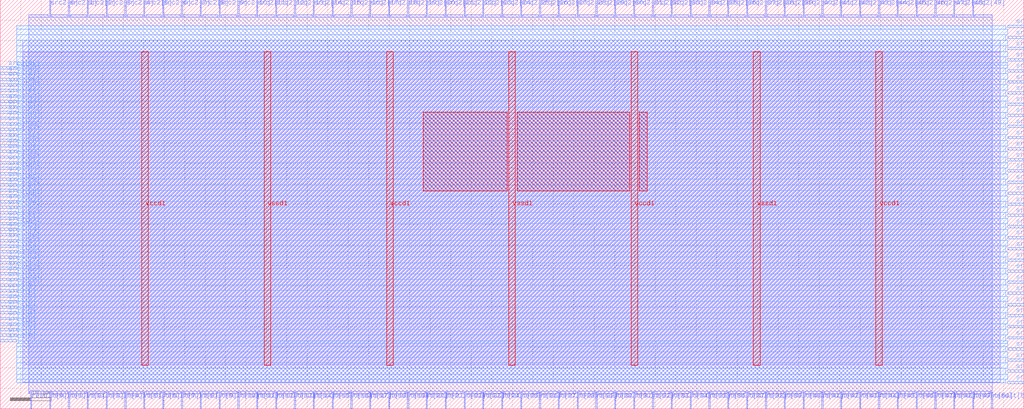
<source format=lef>
VERSION 5.7 ;
  NOWIREEXTENSIONATPIN ON ;
  DIVIDERCHAR "/" ;
  BUSBITCHARS "[]" ;
MACRO MULADD_1
  CLASS BLOCK ;
  FOREIGN MULADD_1 ;
  ORIGIN 0.000 0.000 ;
  SIZE 250.000 BY 100.000 ;
  PIN result[0]
    DIRECTION OUTPUT TRISTATE ;
    USE SIGNAL ;
    PORT
      LAYER met2 ;
        RECT 7.450 0.000 7.730 4.000 ;
    END
  END result[0]
  PIN result[10]
    DIRECTION OUTPUT TRISTATE ;
    USE SIGNAL ;
    PORT
      LAYER met2 ;
        RECT 53.450 0.000 53.730 4.000 ;
    END
  END result[10]
  PIN result[11]
    DIRECTION OUTPUT TRISTATE ;
    USE SIGNAL ;
    PORT
      LAYER met2 ;
        RECT 58.050 0.000 58.330 4.000 ;
    END
  END result[11]
  PIN result[12]
    DIRECTION OUTPUT TRISTATE ;
    USE SIGNAL ;
    PORT
      LAYER met2 ;
        RECT 62.650 0.000 62.930 4.000 ;
    END
  END result[12]
  PIN result[13]
    DIRECTION OUTPUT TRISTATE ;
    USE SIGNAL ;
    PORT
      LAYER met2 ;
        RECT 67.250 0.000 67.530 4.000 ;
    END
  END result[13]
  PIN result[14]
    DIRECTION OUTPUT TRISTATE ;
    USE SIGNAL ;
    PORT
      LAYER met2 ;
        RECT 71.850 0.000 72.130 4.000 ;
    END
  END result[14]
  PIN result[15]
    DIRECTION OUTPUT TRISTATE ;
    USE SIGNAL ;
    PORT
      LAYER met2 ;
        RECT 76.450 0.000 76.730 4.000 ;
    END
  END result[15]
  PIN result[16]
    DIRECTION OUTPUT TRISTATE ;
    USE SIGNAL ;
    PORT
      LAYER met2 ;
        RECT 81.050 0.000 81.330 4.000 ;
    END
  END result[16]
  PIN result[17]
    DIRECTION OUTPUT TRISTATE ;
    USE SIGNAL ;
    PORT
      LAYER met2 ;
        RECT 85.650 0.000 85.930 4.000 ;
    END
  END result[17]
  PIN result[18]
    DIRECTION OUTPUT TRISTATE ;
    USE SIGNAL ;
    PORT
      LAYER met2 ;
        RECT 90.250 0.000 90.530 4.000 ;
    END
  END result[18]
  PIN result[19]
    DIRECTION OUTPUT TRISTATE ;
    USE SIGNAL ;
    PORT
      LAYER met2 ;
        RECT 94.850 0.000 95.130 4.000 ;
    END
  END result[19]
  PIN result[1]
    DIRECTION OUTPUT TRISTATE ;
    USE SIGNAL ;
    PORT
      LAYER met2 ;
        RECT 12.050 0.000 12.330 4.000 ;
    END
  END result[1]
  PIN result[20]
    DIRECTION OUTPUT TRISTATE ;
    USE SIGNAL ;
    PORT
      LAYER met2 ;
        RECT 99.450 0.000 99.730 4.000 ;
    END
  END result[20]
  PIN result[21]
    DIRECTION OUTPUT TRISTATE ;
    USE SIGNAL ;
    PORT
      LAYER met2 ;
        RECT 104.050 0.000 104.330 4.000 ;
    END
  END result[21]
  PIN result[22]
    DIRECTION OUTPUT TRISTATE ;
    USE SIGNAL ;
    PORT
      LAYER met2 ;
        RECT 108.650 0.000 108.930 4.000 ;
    END
  END result[22]
  PIN result[23]
    DIRECTION OUTPUT TRISTATE ;
    USE SIGNAL ;
    PORT
      LAYER met2 ;
        RECT 113.250 0.000 113.530 4.000 ;
    END
  END result[23]
  PIN result[24]
    DIRECTION OUTPUT TRISTATE ;
    USE SIGNAL ;
    PORT
      LAYER met2 ;
        RECT 117.850 0.000 118.130 4.000 ;
    END
  END result[24]
  PIN result[25]
    DIRECTION OUTPUT TRISTATE ;
    USE SIGNAL ;
    PORT
      LAYER met2 ;
        RECT 122.450 0.000 122.730 4.000 ;
    END
  END result[25]
  PIN result[26]
    DIRECTION OUTPUT TRISTATE ;
    USE SIGNAL ;
    PORT
      LAYER met2 ;
        RECT 127.050 0.000 127.330 4.000 ;
    END
  END result[26]
  PIN result[27]
    DIRECTION OUTPUT TRISTATE ;
    USE SIGNAL ;
    PORT
      LAYER met2 ;
        RECT 131.650 0.000 131.930 4.000 ;
    END
  END result[27]
  PIN result[28]
    DIRECTION OUTPUT TRISTATE ;
    USE SIGNAL ;
    PORT
      LAYER met2 ;
        RECT 136.250 0.000 136.530 4.000 ;
    END
  END result[28]
  PIN result[29]
    DIRECTION OUTPUT TRISTATE ;
    USE SIGNAL ;
    PORT
      LAYER met2 ;
        RECT 140.850 0.000 141.130 4.000 ;
    END
  END result[29]
  PIN result[2]
    DIRECTION OUTPUT TRISTATE ;
    USE SIGNAL ;
    PORT
      LAYER met2 ;
        RECT 16.650 0.000 16.930 4.000 ;
    END
  END result[2]
  PIN result[30]
    DIRECTION OUTPUT TRISTATE ;
    USE SIGNAL ;
    PORT
      LAYER met2 ;
        RECT 145.450 0.000 145.730 4.000 ;
    END
  END result[30]
  PIN result[31]
    DIRECTION OUTPUT TRISTATE ;
    USE SIGNAL ;
    PORT
      LAYER met2 ;
        RECT 150.050 0.000 150.330 4.000 ;
    END
  END result[31]
  PIN result[32]
    DIRECTION OUTPUT TRISTATE ;
    USE SIGNAL ;
    PORT
      LAYER met2 ;
        RECT 154.650 0.000 154.930 4.000 ;
    END
  END result[32]
  PIN result[33]
    DIRECTION OUTPUT TRISTATE ;
    USE SIGNAL ;
    PORT
      LAYER met2 ;
        RECT 159.250 0.000 159.530 4.000 ;
    END
  END result[33]
  PIN result[34]
    DIRECTION OUTPUT TRISTATE ;
    USE SIGNAL ;
    PORT
      LAYER met2 ;
        RECT 163.850 0.000 164.130 4.000 ;
    END
  END result[34]
  PIN result[35]
    DIRECTION OUTPUT TRISTATE ;
    USE SIGNAL ;
    PORT
      LAYER met2 ;
        RECT 168.450 0.000 168.730 4.000 ;
    END
  END result[35]
  PIN result[36]
    DIRECTION OUTPUT TRISTATE ;
    USE SIGNAL ;
    PORT
      LAYER met2 ;
        RECT 173.050 0.000 173.330 4.000 ;
    END
  END result[36]
  PIN result[37]
    DIRECTION OUTPUT TRISTATE ;
    USE SIGNAL ;
    PORT
      LAYER met2 ;
        RECT 177.650 0.000 177.930 4.000 ;
    END
  END result[37]
  PIN result[38]
    DIRECTION OUTPUT TRISTATE ;
    USE SIGNAL ;
    PORT
      LAYER met2 ;
        RECT 182.250 0.000 182.530 4.000 ;
    END
  END result[38]
  PIN result[39]
    DIRECTION OUTPUT TRISTATE ;
    USE SIGNAL ;
    PORT
      LAYER met2 ;
        RECT 186.850 0.000 187.130 4.000 ;
    END
  END result[39]
  PIN result[3]
    DIRECTION OUTPUT TRISTATE ;
    USE SIGNAL ;
    PORT
      LAYER met2 ;
        RECT 21.250 0.000 21.530 4.000 ;
    END
  END result[3]
  PIN result[40]
    DIRECTION OUTPUT TRISTATE ;
    USE SIGNAL ;
    PORT
      LAYER met2 ;
        RECT 191.450 0.000 191.730 4.000 ;
    END
  END result[40]
  PIN result[41]
    DIRECTION OUTPUT TRISTATE ;
    USE SIGNAL ;
    PORT
      LAYER met2 ;
        RECT 196.050 0.000 196.330 4.000 ;
    END
  END result[41]
  PIN result[42]
    DIRECTION OUTPUT TRISTATE ;
    USE SIGNAL ;
    PORT
      LAYER met2 ;
        RECT 200.650 0.000 200.930 4.000 ;
    END
  END result[42]
  PIN result[43]
    DIRECTION OUTPUT TRISTATE ;
    USE SIGNAL ;
    PORT
      LAYER met2 ;
        RECT 205.250 0.000 205.530 4.000 ;
    END
  END result[43]
  PIN result[44]
    DIRECTION OUTPUT TRISTATE ;
    USE SIGNAL ;
    PORT
      LAYER met2 ;
        RECT 209.850 0.000 210.130 4.000 ;
    END
  END result[44]
  PIN result[45]
    DIRECTION OUTPUT TRISTATE ;
    USE SIGNAL ;
    PORT
      LAYER met2 ;
        RECT 214.450 0.000 214.730 4.000 ;
    END
  END result[45]
  PIN result[46]
    DIRECTION OUTPUT TRISTATE ;
    USE SIGNAL ;
    PORT
      LAYER met2 ;
        RECT 219.050 0.000 219.330 4.000 ;
    END
  END result[46]
  PIN result[47]
    DIRECTION OUTPUT TRISTATE ;
    USE SIGNAL ;
    PORT
      LAYER met2 ;
        RECT 223.650 0.000 223.930 4.000 ;
    END
  END result[47]
  PIN result[48]
    DIRECTION OUTPUT TRISTATE ;
    USE SIGNAL ;
    PORT
      LAYER met2 ;
        RECT 228.250 0.000 228.530 4.000 ;
    END
  END result[48]
  PIN result[49]
    DIRECTION OUTPUT TRISTATE ;
    USE SIGNAL ;
    PORT
      LAYER met2 ;
        RECT 232.850 0.000 233.130 4.000 ;
    END
  END result[49]
  PIN result[4]
    DIRECTION OUTPUT TRISTATE ;
    USE SIGNAL ;
    PORT
      LAYER met2 ;
        RECT 25.850 0.000 26.130 4.000 ;
    END
  END result[4]
  PIN result[50]
    DIRECTION OUTPUT TRISTATE ;
    USE SIGNAL ;
    PORT
      LAYER met2 ;
        RECT 237.450 0.000 237.730 4.000 ;
    END
  END result[50]
  PIN result[51]
    DIRECTION OUTPUT TRISTATE ;
    USE SIGNAL ;
    PORT
      LAYER met2 ;
        RECT 242.050 0.000 242.330 4.000 ;
    END
  END result[51]
  PIN result[5]
    DIRECTION OUTPUT TRISTATE ;
    USE SIGNAL ;
    PORT
      LAYER met2 ;
        RECT 30.450 0.000 30.730 4.000 ;
    END
  END result[5]
  PIN result[6]
    DIRECTION OUTPUT TRISTATE ;
    USE SIGNAL ;
    PORT
      LAYER met2 ;
        RECT 35.050 0.000 35.330 4.000 ;
    END
  END result[6]
  PIN result[7]
    DIRECTION OUTPUT TRISTATE ;
    USE SIGNAL ;
    PORT
      LAYER met2 ;
        RECT 39.650 0.000 39.930 4.000 ;
    END
  END result[7]
  PIN result[8]
    DIRECTION OUTPUT TRISTATE ;
    USE SIGNAL ;
    PORT
      LAYER met2 ;
        RECT 44.250 0.000 44.530 4.000 ;
    END
  END result[8]
  PIN result[9]
    DIRECTION OUTPUT TRISTATE ;
    USE SIGNAL ;
    PORT
      LAYER met2 ;
        RECT 48.850 0.000 49.130 4.000 ;
    END
  END result[9]
  PIN src1[0]
    DIRECTION INPUT ;
    USE SIGNAL ;
    PORT
      LAYER met3 ;
        RECT 246.000 6.160 250.000 6.760 ;
    END
  END src1[0]
  PIN src1[10]
    DIRECTION INPUT ;
    USE SIGNAL ;
    PORT
      LAYER met3 ;
        RECT 246.000 33.360 250.000 33.960 ;
    END
  END src1[10]
  PIN src1[11]
    DIRECTION INPUT ;
    USE SIGNAL ;
    PORT
      LAYER met3 ;
        RECT 246.000 36.080 250.000 36.680 ;
    END
  END src1[11]
  PIN src1[12]
    DIRECTION INPUT ;
    USE SIGNAL ;
    PORT
      LAYER met3 ;
        RECT 246.000 38.800 250.000 39.400 ;
    END
  END src1[12]
  PIN src1[13]
    DIRECTION INPUT ;
    USE SIGNAL ;
    PORT
      LAYER met3 ;
        RECT 246.000 41.520 250.000 42.120 ;
    END
  END src1[13]
  PIN src1[14]
    DIRECTION INPUT ;
    USE SIGNAL ;
    PORT
      LAYER met3 ;
        RECT 246.000 44.240 250.000 44.840 ;
    END
  END src1[14]
  PIN src1[15]
    DIRECTION INPUT ;
    USE SIGNAL ;
    PORT
      LAYER met3 ;
        RECT 246.000 46.960 250.000 47.560 ;
    END
  END src1[15]
  PIN src1[16]
    DIRECTION INPUT ;
    USE SIGNAL ;
    PORT
      LAYER met3 ;
        RECT 246.000 49.680 250.000 50.280 ;
    END
  END src1[16]
  PIN src1[17]
    DIRECTION INPUT ;
    USE SIGNAL ;
    PORT
      LAYER met3 ;
        RECT 246.000 52.400 250.000 53.000 ;
    END
  END src1[17]
  PIN src1[18]
    DIRECTION INPUT ;
    USE SIGNAL ;
    PORT
      LAYER met3 ;
        RECT 246.000 55.120 250.000 55.720 ;
    END
  END src1[18]
  PIN src1[19]
    DIRECTION INPUT ;
    USE SIGNAL ;
    PORT
      LAYER met3 ;
        RECT 246.000 57.840 250.000 58.440 ;
    END
  END src1[19]
  PIN src1[1]
    DIRECTION INPUT ;
    USE SIGNAL ;
    PORT
      LAYER met3 ;
        RECT 246.000 8.880 250.000 9.480 ;
    END
  END src1[1]
  PIN src1[20]
    DIRECTION INPUT ;
    USE SIGNAL ;
    PORT
      LAYER met3 ;
        RECT 246.000 60.560 250.000 61.160 ;
    END
  END src1[20]
  PIN src1[21]
    DIRECTION INPUT ;
    USE SIGNAL ;
    PORT
      LAYER met3 ;
        RECT 246.000 63.280 250.000 63.880 ;
    END
  END src1[21]
  PIN src1[22]
    DIRECTION INPUT ;
    USE SIGNAL ;
    PORT
      LAYER met3 ;
        RECT 246.000 66.000 250.000 66.600 ;
    END
  END src1[22]
  PIN src1[23]
    DIRECTION INPUT ;
    USE SIGNAL ;
    PORT
      LAYER met3 ;
        RECT 246.000 68.720 250.000 69.320 ;
    END
  END src1[23]
  PIN src1[24]
    DIRECTION INPUT ;
    USE SIGNAL ;
    PORT
      LAYER met3 ;
        RECT 246.000 71.440 250.000 72.040 ;
    END
  END src1[24]
  PIN src1[25]
    DIRECTION INPUT ;
    USE SIGNAL ;
    PORT
      LAYER met3 ;
        RECT 246.000 74.160 250.000 74.760 ;
    END
  END src1[25]
  PIN src1[26]
    DIRECTION INPUT ;
    USE SIGNAL ;
    PORT
      LAYER met3 ;
        RECT 246.000 76.880 250.000 77.480 ;
    END
  END src1[26]
  PIN src1[27]
    DIRECTION INPUT ;
    USE SIGNAL ;
    PORT
      LAYER met3 ;
        RECT 246.000 79.600 250.000 80.200 ;
    END
  END src1[27]
  PIN src1[28]
    DIRECTION INPUT ;
    USE SIGNAL ;
    PORT
      LAYER met3 ;
        RECT 246.000 82.320 250.000 82.920 ;
    END
  END src1[28]
  PIN src1[29]
    DIRECTION INPUT ;
    USE SIGNAL ;
    PORT
      LAYER met3 ;
        RECT 246.000 85.040 250.000 85.640 ;
    END
  END src1[29]
  PIN src1[2]
    DIRECTION INPUT ;
    USE SIGNAL ;
    PORT
      LAYER met3 ;
        RECT 246.000 11.600 250.000 12.200 ;
    END
  END src1[2]
  PIN src1[30]
    DIRECTION INPUT ;
    USE SIGNAL ;
    PORT
      LAYER met3 ;
        RECT 246.000 87.760 250.000 88.360 ;
    END
  END src1[30]
  PIN src1[31]
    DIRECTION INPUT ;
    USE SIGNAL ;
    PORT
      LAYER met3 ;
        RECT 246.000 90.480 250.000 91.080 ;
    END
  END src1[31]
  PIN src1[32]
    DIRECTION INPUT ;
    USE SIGNAL ;
    PORT
      LAYER met3 ;
        RECT 246.000 93.200 250.000 93.800 ;
    END
  END src1[32]
  PIN src1[3]
    DIRECTION INPUT ;
    USE SIGNAL ;
    PORT
      LAYER met3 ;
        RECT 246.000 14.320 250.000 14.920 ;
    END
  END src1[3]
  PIN src1[4]
    DIRECTION INPUT ;
    USE SIGNAL ;
    PORT
      LAYER met3 ;
        RECT 246.000 17.040 250.000 17.640 ;
    END
  END src1[4]
  PIN src1[5]
    DIRECTION INPUT ;
    USE SIGNAL ;
    PORT
      LAYER met3 ;
        RECT 246.000 19.760 250.000 20.360 ;
    END
  END src1[5]
  PIN src1[6]
    DIRECTION INPUT ;
    USE SIGNAL ;
    PORT
      LAYER met3 ;
        RECT 246.000 22.480 250.000 23.080 ;
    END
  END src1[6]
  PIN src1[7]
    DIRECTION INPUT ;
    USE SIGNAL ;
    PORT
      LAYER met3 ;
        RECT 246.000 25.200 250.000 25.800 ;
    END
  END src1[7]
  PIN src1[8]
    DIRECTION INPUT ;
    USE SIGNAL ;
    PORT
      LAYER met3 ;
        RECT 246.000 27.920 250.000 28.520 ;
    END
  END src1[8]
  PIN src1[9]
    DIRECTION INPUT ;
    USE SIGNAL ;
    PORT
      LAYER met3 ;
        RECT 246.000 30.640 250.000 31.240 ;
    END
  END src1[9]
  PIN src2[0]
    DIRECTION INPUT ;
    USE SIGNAL ;
    PORT
      LAYER met2 ;
        RECT 12.050 96.000 12.330 100.000 ;
    END
  END src2[0]
  PIN src2[10]
    DIRECTION INPUT ;
    USE SIGNAL ;
    PORT
      LAYER met2 ;
        RECT 58.050 96.000 58.330 100.000 ;
    END
  END src2[10]
  PIN src2[11]
    DIRECTION INPUT ;
    USE SIGNAL ;
    PORT
      LAYER met2 ;
        RECT 62.650 96.000 62.930 100.000 ;
    END
  END src2[11]
  PIN src2[12]
    DIRECTION INPUT ;
    USE SIGNAL ;
    PORT
      LAYER met2 ;
        RECT 67.250 96.000 67.530 100.000 ;
    END
  END src2[12]
  PIN src2[13]
    DIRECTION INPUT ;
    USE SIGNAL ;
    PORT
      LAYER met2 ;
        RECT 71.850 96.000 72.130 100.000 ;
    END
  END src2[13]
  PIN src2[14]
    DIRECTION INPUT ;
    USE SIGNAL ;
    PORT
      LAYER met2 ;
        RECT 76.450 96.000 76.730 100.000 ;
    END
  END src2[14]
  PIN src2[15]
    DIRECTION INPUT ;
    USE SIGNAL ;
    PORT
      LAYER met2 ;
        RECT 81.050 96.000 81.330 100.000 ;
    END
  END src2[15]
  PIN src2[16]
    DIRECTION INPUT ;
    USE SIGNAL ;
    PORT
      LAYER met2 ;
        RECT 85.650 96.000 85.930 100.000 ;
    END
  END src2[16]
  PIN src2[17]
    DIRECTION INPUT ;
    USE SIGNAL ;
    PORT
      LAYER met2 ;
        RECT 90.250 96.000 90.530 100.000 ;
    END
  END src2[17]
  PIN src2[18]
    DIRECTION INPUT ;
    USE SIGNAL ;
    PORT
      LAYER met2 ;
        RECT 94.850 96.000 95.130 100.000 ;
    END
  END src2[18]
  PIN src2[19]
    DIRECTION INPUT ;
    USE SIGNAL ;
    PORT
      LAYER met2 ;
        RECT 99.450 96.000 99.730 100.000 ;
    END
  END src2[19]
  PIN src2[1]
    DIRECTION INPUT ;
    USE SIGNAL ;
    PORT
      LAYER met2 ;
        RECT 16.650 96.000 16.930 100.000 ;
    END
  END src2[1]
  PIN src2[20]
    DIRECTION INPUT ;
    USE SIGNAL ;
    PORT
      LAYER met2 ;
        RECT 104.050 96.000 104.330 100.000 ;
    END
  END src2[20]
  PIN src2[21]
    DIRECTION INPUT ;
    USE SIGNAL ;
    PORT
      LAYER met2 ;
        RECT 108.650 96.000 108.930 100.000 ;
    END
  END src2[21]
  PIN src2[22]
    DIRECTION INPUT ;
    USE SIGNAL ;
    PORT
      LAYER met2 ;
        RECT 113.250 96.000 113.530 100.000 ;
    END
  END src2[22]
  PIN src2[23]
    DIRECTION INPUT ;
    USE SIGNAL ;
    PORT
      LAYER met2 ;
        RECT 117.850 96.000 118.130 100.000 ;
    END
  END src2[23]
  PIN src2[24]
    DIRECTION INPUT ;
    USE SIGNAL ;
    PORT
      LAYER met2 ;
        RECT 122.450 96.000 122.730 100.000 ;
    END
  END src2[24]
  PIN src2[25]
    DIRECTION INPUT ;
    USE SIGNAL ;
    PORT
      LAYER met2 ;
        RECT 127.050 96.000 127.330 100.000 ;
    END
  END src2[25]
  PIN src2[26]
    DIRECTION INPUT ;
    USE SIGNAL ;
    PORT
      LAYER met2 ;
        RECT 131.650 96.000 131.930 100.000 ;
    END
  END src2[26]
  PIN src2[27]
    DIRECTION INPUT ;
    USE SIGNAL ;
    PORT
      LAYER met2 ;
        RECT 136.250 96.000 136.530 100.000 ;
    END
  END src2[27]
  PIN src2[28]
    DIRECTION INPUT ;
    USE SIGNAL ;
    PORT
      LAYER met2 ;
        RECT 140.850 96.000 141.130 100.000 ;
    END
  END src2[28]
  PIN src2[29]
    DIRECTION INPUT ;
    USE SIGNAL ;
    PORT
      LAYER met2 ;
        RECT 145.450 96.000 145.730 100.000 ;
    END
  END src2[29]
  PIN src2[2]
    DIRECTION INPUT ;
    USE SIGNAL ;
    PORT
      LAYER met2 ;
        RECT 21.250 96.000 21.530 100.000 ;
    END
  END src2[2]
  PIN src2[30]
    DIRECTION INPUT ;
    USE SIGNAL ;
    PORT
      LAYER met2 ;
        RECT 150.050 96.000 150.330 100.000 ;
    END
  END src2[30]
  PIN src2[31]
    DIRECTION INPUT ;
    USE SIGNAL ;
    PORT
      LAYER met2 ;
        RECT 154.650 96.000 154.930 100.000 ;
    END
  END src2[31]
  PIN src2[32]
    DIRECTION INPUT ;
    USE SIGNAL ;
    PORT
      LAYER met2 ;
        RECT 159.250 96.000 159.530 100.000 ;
    END
  END src2[32]
  PIN src2[33]
    DIRECTION INPUT ;
    USE SIGNAL ;
    PORT
      LAYER met2 ;
        RECT 163.850 96.000 164.130 100.000 ;
    END
  END src2[33]
  PIN src2[34]
    DIRECTION INPUT ;
    USE SIGNAL ;
    PORT
      LAYER met2 ;
        RECT 168.450 96.000 168.730 100.000 ;
    END
  END src2[34]
  PIN src2[35]
    DIRECTION INPUT ;
    USE SIGNAL ;
    PORT
      LAYER met2 ;
        RECT 173.050 96.000 173.330 100.000 ;
    END
  END src2[35]
  PIN src2[36]
    DIRECTION INPUT ;
    USE SIGNAL ;
    PORT
      LAYER met2 ;
        RECT 177.650 96.000 177.930 100.000 ;
    END
  END src2[36]
  PIN src2[37]
    DIRECTION INPUT ;
    USE SIGNAL ;
    PORT
      LAYER met2 ;
        RECT 182.250 96.000 182.530 100.000 ;
    END
  END src2[37]
  PIN src2[38]
    DIRECTION INPUT ;
    USE SIGNAL ;
    PORT
      LAYER met2 ;
        RECT 186.850 96.000 187.130 100.000 ;
    END
  END src2[38]
  PIN src2[39]
    DIRECTION INPUT ;
    USE SIGNAL ;
    PORT
      LAYER met2 ;
        RECT 191.450 96.000 191.730 100.000 ;
    END
  END src2[39]
  PIN src2[3]
    DIRECTION INPUT ;
    USE SIGNAL ;
    PORT
      LAYER met2 ;
        RECT 25.850 96.000 26.130 100.000 ;
    END
  END src2[3]
  PIN src2[40]
    DIRECTION INPUT ;
    USE SIGNAL ;
    PORT
      LAYER met2 ;
        RECT 196.050 96.000 196.330 100.000 ;
    END
  END src2[40]
  PIN src2[41]
    DIRECTION INPUT ;
    USE SIGNAL ;
    PORT
      LAYER met2 ;
        RECT 200.650 96.000 200.930 100.000 ;
    END
  END src2[41]
  PIN src2[42]
    DIRECTION INPUT ;
    USE SIGNAL ;
    PORT
      LAYER met2 ;
        RECT 205.250 96.000 205.530 100.000 ;
    END
  END src2[42]
  PIN src2[43]
    DIRECTION INPUT ;
    USE SIGNAL ;
    PORT
      LAYER met2 ;
        RECT 209.850 96.000 210.130 100.000 ;
    END
  END src2[43]
  PIN src2[44]
    DIRECTION INPUT ;
    USE SIGNAL ;
    PORT
      LAYER met2 ;
        RECT 214.450 96.000 214.730 100.000 ;
    END
  END src2[44]
  PIN src2[45]
    DIRECTION INPUT ;
    USE SIGNAL ;
    PORT
      LAYER met2 ;
        RECT 219.050 96.000 219.330 100.000 ;
    END
  END src2[45]
  PIN src2[46]
    DIRECTION INPUT ;
    USE SIGNAL ;
    PORT
      LAYER met2 ;
        RECT 223.650 96.000 223.930 100.000 ;
    END
  END src2[46]
  PIN src2[47]
    DIRECTION INPUT ;
    USE SIGNAL ;
    PORT
      LAYER met2 ;
        RECT 228.250 96.000 228.530 100.000 ;
    END
  END src2[47]
  PIN src2[48]
    DIRECTION INPUT ;
    USE SIGNAL ;
    PORT
      LAYER met2 ;
        RECT 232.850 96.000 233.130 100.000 ;
    END
  END src2[48]
  PIN src2[49]
    DIRECTION INPUT ;
    USE SIGNAL ;
    PORT
      LAYER met2 ;
        RECT 237.450 96.000 237.730 100.000 ;
    END
  END src2[49]
  PIN src2[4]
    DIRECTION INPUT ;
    USE SIGNAL ;
    PORT
      LAYER met2 ;
        RECT 30.450 96.000 30.730 100.000 ;
    END
  END src2[4]
  PIN src2[5]
    DIRECTION INPUT ;
    USE SIGNAL ;
    PORT
      LAYER met2 ;
        RECT 35.050 96.000 35.330 100.000 ;
    END
  END src2[5]
  PIN src2[6]
    DIRECTION INPUT ;
    USE SIGNAL ;
    PORT
      LAYER met2 ;
        RECT 39.650 96.000 39.930 100.000 ;
    END
  END src2[6]
  PIN src2[7]
    DIRECTION INPUT ;
    USE SIGNAL ;
    PORT
      LAYER met2 ;
        RECT 44.250 96.000 44.530 100.000 ;
    END
  END src2[7]
  PIN src2[8]
    DIRECTION INPUT ;
    USE SIGNAL ;
    PORT
      LAYER met2 ;
        RECT 48.850 96.000 49.130 100.000 ;
    END
  END src2[8]
  PIN src2[9]
    DIRECTION INPUT ;
    USE SIGNAL ;
    PORT
      LAYER met2 ;
        RECT 53.450 96.000 53.730 100.000 ;
    END
  END src2[9]
  PIN src3[0]
    DIRECTION INPUT ;
    USE SIGNAL ;
    PORT
      LAYER met3 ;
        RECT 0.000 16.360 4.000 16.960 ;
    END
  END src3[0]
  PIN src3[10]
    DIRECTION INPUT ;
    USE SIGNAL ;
    PORT
      LAYER met3 ;
        RECT 0.000 29.960 4.000 30.560 ;
    END
  END src3[10]
  PIN src3[11]
    DIRECTION INPUT ;
    USE SIGNAL ;
    PORT
      LAYER met3 ;
        RECT 0.000 31.320 4.000 31.920 ;
    END
  END src3[11]
  PIN src3[12]
    DIRECTION INPUT ;
    USE SIGNAL ;
    PORT
      LAYER met3 ;
        RECT 0.000 32.680 4.000 33.280 ;
    END
  END src3[12]
  PIN src3[13]
    DIRECTION INPUT ;
    USE SIGNAL ;
    PORT
      LAYER met3 ;
        RECT 0.000 34.040 4.000 34.640 ;
    END
  END src3[13]
  PIN src3[14]
    DIRECTION INPUT ;
    USE SIGNAL ;
    PORT
      LAYER met3 ;
        RECT 0.000 35.400 4.000 36.000 ;
    END
  END src3[14]
  PIN src3[15]
    DIRECTION INPUT ;
    USE SIGNAL ;
    PORT
      LAYER met3 ;
        RECT 0.000 36.760 4.000 37.360 ;
    END
  END src3[15]
  PIN src3[16]
    DIRECTION INPUT ;
    USE SIGNAL ;
    PORT
      LAYER met3 ;
        RECT 0.000 38.120 4.000 38.720 ;
    END
  END src3[16]
  PIN src3[17]
    DIRECTION INPUT ;
    USE SIGNAL ;
    PORT
      LAYER met3 ;
        RECT 0.000 39.480 4.000 40.080 ;
    END
  END src3[17]
  PIN src3[18]
    DIRECTION INPUT ;
    USE SIGNAL ;
    PORT
      LAYER met3 ;
        RECT 0.000 40.840 4.000 41.440 ;
    END
  END src3[18]
  PIN src3[19]
    DIRECTION INPUT ;
    USE SIGNAL ;
    PORT
      LAYER met3 ;
        RECT 0.000 42.200 4.000 42.800 ;
    END
  END src3[19]
  PIN src3[1]
    DIRECTION INPUT ;
    USE SIGNAL ;
    PORT
      LAYER met3 ;
        RECT 0.000 17.720 4.000 18.320 ;
    END
  END src3[1]
  PIN src3[20]
    DIRECTION INPUT ;
    USE SIGNAL ;
    PORT
      LAYER met3 ;
        RECT 0.000 43.560 4.000 44.160 ;
    END
  END src3[20]
  PIN src3[21]
    DIRECTION INPUT ;
    USE SIGNAL ;
    PORT
      LAYER met3 ;
        RECT 0.000 44.920 4.000 45.520 ;
    END
  END src3[21]
  PIN src3[22]
    DIRECTION INPUT ;
    USE SIGNAL ;
    PORT
      LAYER met3 ;
        RECT 0.000 46.280 4.000 46.880 ;
    END
  END src3[22]
  PIN src3[23]
    DIRECTION INPUT ;
    USE SIGNAL ;
    PORT
      LAYER met3 ;
        RECT 0.000 47.640 4.000 48.240 ;
    END
  END src3[23]
  PIN src3[24]
    DIRECTION INPUT ;
    USE SIGNAL ;
    PORT
      LAYER met3 ;
        RECT 0.000 49.000 4.000 49.600 ;
    END
  END src3[24]
  PIN src3[25]
    DIRECTION INPUT ;
    USE SIGNAL ;
    PORT
      LAYER met3 ;
        RECT 0.000 50.360 4.000 50.960 ;
    END
  END src3[25]
  PIN src3[26]
    DIRECTION INPUT ;
    USE SIGNAL ;
    PORT
      LAYER met3 ;
        RECT 0.000 51.720 4.000 52.320 ;
    END
  END src3[26]
  PIN src3[27]
    DIRECTION INPUT ;
    USE SIGNAL ;
    PORT
      LAYER met3 ;
        RECT 0.000 53.080 4.000 53.680 ;
    END
  END src3[27]
  PIN src3[28]
    DIRECTION INPUT ;
    USE SIGNAL ;
    PORT
      LAYER met3 ;
        RECT 0.000 54.440 4.000 55.040 ;
    END
  END src3[28]
  PIN src3[29]
    DIRECTION INPUT ;
    USE SIGNAL ;
    PORT
      LAYER met3 ;
        RECT 0.000 55.800 4.000 56.400 ;
    END
  END src3[29]
  PIN src3[2]
    DIRECTION INPUT ;
    USE SIGNAL ;
    PORT
      LAYER met3 ;
        RECT 0.000 19.080 4.000 19.680 ;
    END
  END src3[2]
  PIN src3[30]
    DIRECTION INPUT ;
    USE SIGNAL ;
    PORT
      LAYER met3 ;
        RECT 0.000 57.160 4.000 57.760 ;
    END
  END src3[30]
  PIN src3[31]
    DIRECTION INPUT ;
    USE SIGNAL ;
    PORT
      LAYER met3 ;
        RECT 0.000 58.520 4.000 59.120 ;
    END
  END src3[31]
  PIN src3[32]
    DIRECTION INPUT ;
    USE SIGNAL ;
    PORT
      LAYER met3 ;
        RECT 0.000 59.880 4.000 60.480 ;
    END
  END src3[32]
  PIN src3[33]
    DIRECTION INPUT ;
    USE SIGNAL ;
    PORT
      LAYER met3 ;
        RECT 0.000 61.240 4.000 61.840 ;
    END
  END src3[33]
  PIN src3[34]
    DIRECTION INPUT ;
    USE SIGNAL ;
    PORT
      LAYER met3 ;
        RECT 0.000 62.600 4.000 63.200 ;
    END
  END src3[34]
  PIN src3[35]
    DIRECTION INPUT ;
    USE SIGNAL ;
    PORT
      LAYER met3 ;
        RECT 0.000 63.960 4.000 64.560 ;
    END
  END src3[35]
  PIN src3[36]
    DIRECTION INPUT ;
    USE SIGNAL ;
    PORT
      LAYER met3 ;
        RECT 0.000 65.320 4.000 65.920 ;
    END
  END src3[36]
  PIN src3[37]
    DIRECTION INPUT ;
    USE SIGNAL ;
    PORT
      LAYER met3 ;
        RECT 0.000 66.680 4.000 67.280 ;
    END
  END src3[37]
  PIN src3[38]
    DIRECTION INPUT ;
    USE SIGNAL ;
    PORT
      LAYER met3 ;
        RECT 0.000 68.040 4.000 68.640 ;
    END
  END src3[38]
  PIN src3[39]
    DIRECTION INPUT ;
    USE SIGNAL ;
    PORT
      LAYER met3 ;
        RECT 0.000 69.400 4.000 70.000 ;
    END
  END src3[39]
  PIN src3[3]
    DIRECTION INPUT ;
    USE SIGNAL ;
    PORT
      LAYER met3 ;
        RECT 0.000 20.440 4.000 21.040 ;
    END
  END src3[3]
  PIN src3[40]
    DIRECTION INPUT ;
    USE SIGNAL ;
    PORT
      LAYER met3 ;
        RECT 0.000 70.760 4.000 71.360 ;
    END
  END src3[40]
  PIN src3[41]
    DIRECTION INPUT ;
    USE SIGNAL ;
    PORT
      LAYER met3 ;
        RECT 0.000 72.120 4.000 72.720 ;
    END
  END src3[41]
  PIN src3[42]
    DIRECTION INPUT ;
    USE SIGNAL ;
    PORT
      LAYER met3 ;
        RECT 0.000 73.480 4.000 74.080 ;
    END
  END src3[42]
  PIN src3[43]
    DIRECTION INPUT ;
    USE SIGNAL ;
    PORT
      LAYER met3 ;
        RECT 0.000 74.840 4.000 75.440 ;
    END
  END src3[43]
  PIN src3[44]
    DIRECTION INPUT ;
    USE SIGNAL ;
    PORT
      LAYER met3 ;
        RECT 0.000 76.200 4.000 76.800 ;
    END
  END src3[44]
  PIN src3[45]
    DIRECTION INPUT ;
    USE SIGNAL ;
    PORT
      LAYER met3 ;
        RECT 0.000 77.560 4.000 78.160 ;
    END
  END src3[45]
  PIN src3[46]
    DIRECTION INPUT ;
    USE SIGNAL ;
    PORT
      LAYER met3 ;
        RECT 0.000 78.920 4.000 79.520 ;
    END
  END src3[46]
  PIN src3[47]
    DIRECTION INPUT ;
    USE SIGNAL ;
    PORT
      LAYER met3 ;
        RECT 0.000 80.280 4.000 80.880 ;
    END
  END src3[47]
  PIN src3[48]
    DIRECTION INPUT ;
    USE SIGNAL ;
    PORT
      LAYER met3 ;
        RECT 0.000 81.640 4.000 82.240 ;
    END
  END src3[48]
  PIN src3[49]
    DIRECTION INPUT ;
    USE SIGNAL ;
    PORT
      LAYER met3 ;
        RECT 0.000 83.000 4.000 83.600 ;
    END
  END src3[49]
  PIN src3[4]
    DIRECTION INPUT ;
    USE SIGNAL ;
    PORT
      LAYER met3 ;
        RECT 0.000 21.800 4.000 22.400 ;
    END
  END src3[4]
  PIN src3[5]
    DIRECTION INPUT ;
    USE SIGNAL ;
    PORT
      LAYER met3 ;
        RECT 0.000 23.160 4.000 23.760 ;
    END
  END src3[5]
  PIN src3[6]
    DIRECTION INPUT ;
    USE SIGNAL ;
    PORT
      LAYER met3 ;
        RECT 0.000 24.520 4.000 25.120 ;
    END
  END src3[6]
  PIN src3[7]
    DIRECTION INPUT ;
    USE SIGNAL ;
    PORT
      LAYER met3 ;
        RECT 0.000 25.880 4.000 26.480 ;
    END
  END src3[7]
  PIN src3[8]
    DIRECTION INPUT ;
    USE SIGNAL ;
    PORT
      LAYER met3 ;
        RECT 0.000 27.240 4.000 27.840 ;
    END
  END src3[8]
  PIN src3[9]
    DIRECTION INPUT ;
    USE SIGNAL ;
    PORT
      LAYER met3 ;
        RECT 0.000 28.600 4.000 29.200 ;
    END
  END src3[9]
  PIN vccd1
    DIRECTION INOUT ;
    USE POWER ;
    PORT
      LAYER met4 ;
        RECT 34.590 10.640 36.190 87.280 ;
    END
    PORT
      LAYER met4 ;
        RECT 94.330 10.640 95.930 87.280 ;
    END
    PORT
      LAYER met4 ;
        RECT 154.070 10.640 155.670 87.280 ;
    END
    PORT
      LAYER met4 ;
        RECT 213.810 10.640 215.410 87.280 ;
    END
  END vccd1
  PIN vssd1
    DIRECTION INOUT ;
    USE GROUND ;
    PORT
      LAYER met4 ;
        RECT 64.460 10.640 66.060 87.280 ;
    END
    PORT
      LAYER met4 ;
        RECT 124.200 10.640 125.800 87.280 ;
    END
    PORT
      LAYER met4 ;
        RECT 183.940 10.640 185.540 87.280 ;
    END
  END vssd1
  OBS
      LAYER li1 ;
        RECT 5.520 10.795 244.260 87.125 ;
      LAYER met1 ;
        RECT 5.520 6.500 244.260 90.060 ;
      LAYER met2 ;
        RECT 6.990 95.720 11.770 96.290 ;
        RECT 12.610 95.720 16.370 96.290 ;
        RECT 17.210 95.720 20.970 96.290 ;
        RECT 21.810 95.720 25.570 96.290 ;
        RECT 26.410 95.720 30.170 96.290 ;
        RECT 31.010 95.720 34.770 96.290 ;
        RECT 35.610 95.720 39.370 96.290 ;
        RECT 40.210 95.720 43.970 96.290 ;
        RECT 44.810 95.720 48.570 96.290 ;
        RECT 49.410 95.720 53.170 96.290 ;
        RECT 54.010 95.720 57.770 96.290 ;
        RECT 58.610 95.720 62.370 96.290 ;
        RECT 63.210 95.720 66.970 96.290 ;
        RECT 67.810 95.720 71.570 96.290 ;
        RECT 72.410 95.720 76.170 96.290 ;
        RECT 77.010 95.720 80.770 96.290 ;
        RECT 81.610 95.720 85.370 96.290 ;
        RECT 86.210 95.720 89.970 96.290 ;
        RECT 90.810 95.720 94.570 96.290 ;
        RECT 95.410 95.720 99.170 96.290 ;
        RECT 100.010 95.720 103.770 96.290 ;
        RECT 104.610 95.720 108.370 96.290 ;
        RECT 109.210 95.720 112.970 96.290 ;
        RECT 113.810 95.720 117.570 96.290 ;
        RECT 118.410 95.720 122.170 96.290 ;
        RECT 123.010 95.720 126.770 96.290 ;
        RECT 127.610 95.720 131.370 96.290 ;
        RECT 132.210 95.720 135.970 96.290 ;
        RECT 136.810 95.720 140.570 96.290 ;
        RECT 141.410 95.720 145.170 96.290 ;
        RECT 146.010 95.720 149.770 96.290 ;
        RECT 150.610 95.720 154.370 96.290 ;
        RECT 155.210 95.720 158.970 96.290 ;
        RECT 159.810 95.720 163.570 96.290 ;
        RECT 164.410 95.720 168.170 96.290 ;
        RECT 169.010 95.720 172.770 96.290 ;
        RECT 173.610 95.720 177.370 96.290 ;
        RECT 178.210 95.720 181.970 96.290 ;
        RECT 182.810 95.720 186.570 96.290 ;
        RECT 187.410 95.720 191.170 96.290 ;
        RECT 192.010 95.720 195.770 96.290 ;
        RECT 196.610 95.720 200.370 96.290 ;
        RECT 201.210 95.720 204.970 96.290 ;
        RECT 205.810 95.720 209.570 96.290 ;
        RECT 210.410 95.720 214.170 96.290 ;
        RECT 215.010 95.720 218.770 96.290 ;
        RECT 219.610 95.720 223.370 96.290 ;
        RECT 224.210 95.720 227.970 96.290 ;
        RECT 228.810 95.720 232.570 96.290 ;
        RECT 233.410 95.720 237.170 96.290 ;
        RECT 238.010 95.720 242.260 96.290 ;
        RECT 6.990 4.280 242.260 95.720 ;
        RECT 6.990 3.670 7.170 4.280 ;
        RECT 8.010 3.670 11.770 4.280 ;
        RECT 12.610 3.670 16.370 4.280 ;
        RECT 17.210 3.670 20.970 4.280 ;
        RECT 21.810 3.670 25.570 4.280 ;
        RECT 26.410 3.670 30.170 4.280 ;
        RECT 31.010 3.670 34.770 4.280 ;
        RECT 35.610 3.670 39.370 4.280 ;
        RECT 40.210 3.670 43.970 4.280 ;
        RECT 44.810 3.670 48.570 4.280 ;
        RECT 49.410 3.670 53.170 4.280 ;
        RECT 54.010 3.670 57.770 4.280 ;
        RECT 58.610 3.670 62.370 4.280 ;
        RECT 63.210 3.670 66.970 4.280 ;
        RECT 67.810 3.670 71.570 4.280 ;
        RECT 72.410 3.670 76.170 4.280 ;
        RECT 77.010 3.670 80.770 4.280 ;
        RECT 81.610 3.670 85.370 4.280 ;
        RECT 86.210 3.670 89.970 4.280 ;
        RECT 90.810 3.670 94.570 4.280 ;
        RECT 95.410 3.670 99.170 4.280 ;
        RECT 100.010 3.670 103.770 4.280 ;
        RECT 104.610 3.670 108.370 4.280 ;
        RECT 109.210 3.670 112.970 4.280 ;
        RECT 113.810 3.670 117.570 4.280 ;
        RECT 118.410 3.670 122.170 4.280 ;
        RECT 123.010 3.670 126.770 4.280 ;
        RECT 127.610 3.670 131.370 4.280 ;
        RECT 132.210 3.670 135.970 4.280 ;
        RECT 136.810 3.670 140.570 4.280 ;
        RECT 141.410 3.670 145.170 4.280 ;
        RECT 146.010 3.670 149.770 4.280 ;
        RECT 150.610 3.670 154.370 4.280 ;
        RECT 155.210 3.670 158.970 4.280 ;
        RECT 159.810 3.670 163.570 4.280 ;
        RECT 164.410 3.670 168.170 4.280 ;
        RECT 169.010 3.670 172.770 4.280 ;
        RECT 173.610 3.670 177.370 4.280 ;
        RECT 178.210 3.670 181.970 4.280 ;
        RECT 182.810 3.670 186.570 4.280 ;
        RECT 187.410 3.670 191.170 4.280 ;
        RECT 192.010 3.670 195.770 4.280 ;
        RECT 196.610 3.670 200.370 4.280 ;
        RECT 201.210 3.670 204.970 4.280 ;
        RECT 205.810 3.670 209.570 4.280 ;
        RECT 210.410 3.670 214.170 4.280 ;
        RECT 215.010 3.670 218.770 4.280 ;
        RECT 219.610 3.670 223.370 4.280 ;
        RECT 224.210 3.670 227.970 4.280 ;
        RECT 228.810 3.670 232.570 4.280 ;
        RECT 233.410 3.670 237.170 4.280 ;
        RECT 238.010 3.670 241.770 4.280 ;
      LAYER met3 ;
        RECT 4.000 92.800 245.600 93.665 ;
        RECT 4.000 91.480 246.000 92.800 ;
        RECT 4.000 90.080 245.600 91.480 ;
        RECT 4.000 88.760 246.000 90.080 ;
        RECT 4.000 87.360 245.600 88.760 ;
        RECT 4.000 86.040 246.000 87.360 ;
        RECT 4.000 84.640 245.600 86.040 ;
        RECT 4.000 84.000 246.000 84.640 ;
        RECT 4.400 83.320 246.000 84.000 ;
        RECT 4.400 81.920 245.600 83.320 ;
        RECT 4.400 80.600 246.000 81.920 ;
        RECT 4.400 79.200 245.600 80.600 ;
        RECT 4.400 77.880 246.000 79.200 ;
        RECT 4.400 76.480 245.600 77.880 ;
        RECT 4.400 75.160 246.000 76.480 ;
        RECT 4.400 73.760 245.600 75.160 ;
        RECT 4.400 72.440 246.000 73.760 ;
        RECT 4.400 71.040 245.600 72.440 ;
        RECT 4.400 69.720 246.000 71.040 ;
        RECT 4.400 68.320 245.600 69.720 ;
        RECT 4.400 67.000 246.000 68.320 ;
        RECT 4.400 65.600 245.600 67.000 ;
        RECT 4.400 64.280 246.000 65.600 ;
        RECT 4.400 62.880 245.600 64.280 ;
        RECT 4.400 61.560 246.000 62.880 ;
        RECT 4.400 60.160 245.600 61.560 ;
        RECT 4.400 58.840 246.000 60.160 ;
        RECT 4.400 57.440 245.600 58.840 ;
        RECT 4.400 56.120 246.000 57.440 ;
        RECT 4.400 54.720 245.600 56.120 ;
        RECT 4.400 53.400 246.000 54.720 ;
        RECT 4.400 52.000 245.600 53.400 ;
        RECT 4.400 50.680 246.000 52.000 ;
        RECT 4.400 49.280 245.600 50.680 ;
        RECT 4.400 47.960 246.000 49.280 ;
        RECT 4.400 46.560 245.600 47.960 ;
        RECT 4.400 45.240 246.000 46.560 ;
        RECT 4.400 43.840 245.600 45.240 ;
        RECT 4.400 42.520 246.000 43.840 ;
        RECT 4.400 41.120 245.600 42.520 ;
        RECT 4.400 39.800 246.000 41.120 ;
        RECT 4.400 38.400 245.600 39.800 ;
        RECT 4.400 37.080 246.000 38.400 ;
        RECT 4.400 35.680 245.600 37.080 ;
        RECT 4.400 34.360 246.000 35.680 ;
        RECT 4.400 32.960 245.600 34.360 ;
        RECT 4.400 31.640 246.000 32.960 ;
        RECT 4.400 30.240 245.600 31.640 ;
        RECT 4.400 28.920 246.000 30.240 ;
        RECT 4.400 27.520 245.600 28.920 ;
        RECT 4.400 26.200 246.000 27.520 ;
        RECT 4.400 24.800 245.600 26.200 ;
        RECT 4.400 23.480 246.000 24.800 ;
        RECT 4.400 22.080 245.600 23.480 ;
        RECT 4.400 20.760 246.000 22.080 ;
        RECT 4.400 19.360 245.600 20.760 ;
        RECT 4.400 18.040 246.000 19.360 ;
        RECT 4.400 16.640 245.600 18.040 ;
        RECT 4.400 15.960 246.000 16.640 ;
        RECT 4.000 15.320 246.000 15.960 ;
        RECT 4.000 13.920 245.600 15.320 ;
        RECT 4.000 12.600 246.000 13.920 ;
        RECT 4.000 11.200 245.600 12.600 ;
        RECT 4.000 9.880 246.000 11.200 ;
        RECT 4.000 8.480 245.600 9.880 ;
        RECT 4.000 7.160 246.000 8.480 ;
        RECT 4.000 6.295 245.600 7.160 ;
      LAYER met4 ;
        RECT 103.335 53.215 123.800 72.585 ;
        RECT 126.200 53.215 153.670 72.585 ;
        RECT 156.070 53.215 157.945 72.585 ;
  END
END MULADD_1
END LIBRARY


</source>
